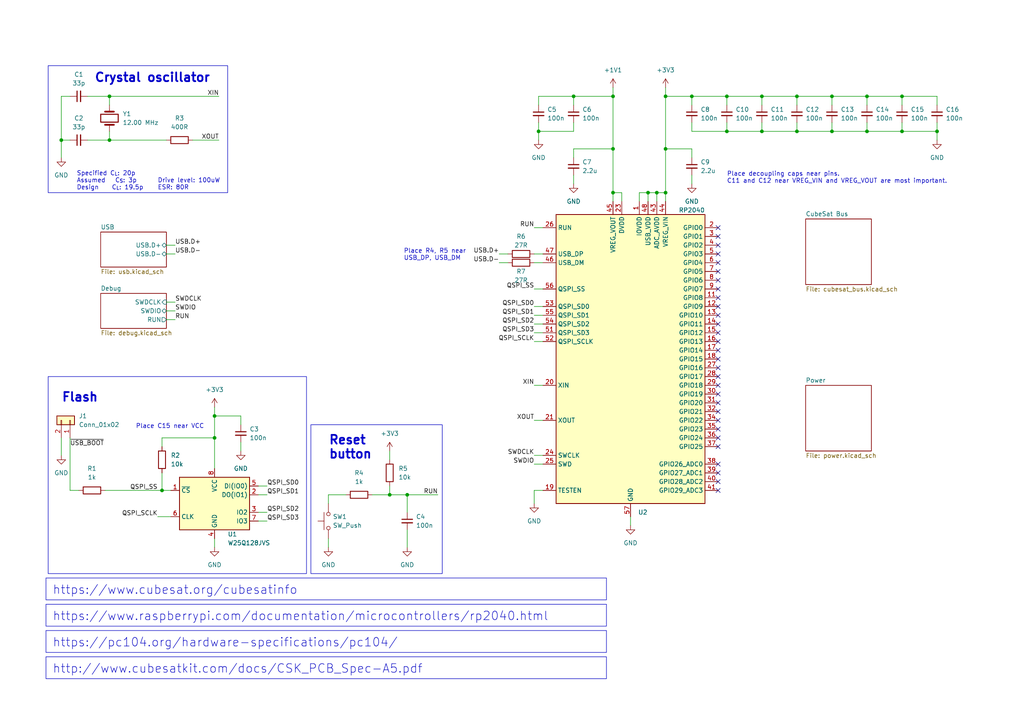
<source format=kicad_sch>
(kicad_sch (version 20231120) (generator "eeschema") (generator_version "8.0")
  (paper "A4")
  (title_block (title "CubeSat RP2040 Board") (rev "1") (comment 1 "Author: Magnus Oksbøl Therkelsen") (comment 2 "Checked by: "))
  (lib_symbols
    (symbol "Connector_Generic:Conn_01x02" (pin_names (offset 1.016) hide)
      (property "Reference" "J" (at 0 2.54 0))
      (property "Value" "Conn_01x02" (at 0 -5.08 0))
      (symbol "Conn_01x02_1_1"
        (rectangle (start -1.27 -2.413) (end 0 -2.667) (stroke (width 0.1524)))
        (rectangle (start -1.27 0.127) (end 0 -0.127) (stroke (width 0.1524)))
        (rectangle (start -1.27 1.27) (end 1.27 -3.81) (stroke (width 0.254)) (fill (type background)))
        (pin passive line (at -5.08 0 0) (length 3.81) (name "Pin_1") (number "1"))
        (pin passive line (at -5.08 -2.54 0) (length 3.81) (name "Pin_2") (number "2"))
      )
    )
    (symbol "Device:C_Small" (pin_numbers hide) (pin_names (offset 0.254) hide)
      (property "Reference" "C" (at 0.254 1.778 0))
      (property "Value" "C_Small" (at 0.254 -2.032 0))
      (symbol "C_Small_0_1"
        (polyline (pts (xy -1.524 -0.508) (xy 1.524 -0.508)) (stroke (width 0.3302)))
        (polyline (pts (xy -1.524 0.508) (xy 1.524 0.508)) (stroke (width 0.3048)))
      )
      (symbol "C_Small_1_1"
        (pin passive line (at 0 2.54 270) (length 2.032) (name "~") (number "1"))
        (pin passive line (at 0 -2.54 90) (length 2.032) (name "~") (number "2"))
      )
    )
    (symbol "Device:Crystal" (pin_numbers hide) (pin_names (offset 1.016) hide)
      (property "Reference" "Y" (at 0 3.81 0))
      (property "Value" "Crystal" (at 0 -3.81 0))
      (symbol "Crystal_0_1"
        (rectangle (start -1.143 2.54) (end 1.143 -2.54) (stroke (width 0.3048)))
        (polyline (pts (xy -2.54 0) (xy -1.905 0)))
        (polyline (pts (xy -1.905 -1.27) (xy -1.905 1.27)) (stroke (width 0.508)))
        (polyline (pts (xy 1.905 -1.27) (xy 1.905 1.27)) (stroke (width 0.508)))
        (polyline (pts (xy 2.54 0) (xy 1.905 0)))
      )
      (symbol "Crystal_1_1"
        (pin passive line (at -3.81 0 0) (length 1.27) (name "1") (number "1"))
        (pin passive line (at 3.81 0 180) (length 1.27) (name "2") (number "2"))
      )
    )
    (symbol "Device:R" (pin_numbers hide) (pin_names (offset 0))
      (property "Reference" "R" (at 2.032 0 90))
      (property "Value" "R" (at 0 0 90))
      (symbol "R_0_1"
        (rectangle (start -1.016 -2.54) (end 1.016 2.54) (stroke (width 0.254)))
      )
      (symbol "R_1_1"
        (pin passive line (at 0 3.81 270) (length 1.27) (name "~") (number "1"))
        (pin passive line (at 0 -3.81 90) (length 1.27) (name "~") (number "2"))
      )
    )
    (symbol "Switch:SW_Push" (pin_numbers hide) (pin_names (offset 1.016) hide)
      (property "Reference" "SW" (at 1.27 2.54 0))
      (property "Value" "SW_Push" (at 0 -1.524 0))
      (symbol "SW_Push_0_1"
        (circle (center -2.032 0) (radius 0.508))
        (polyline (pts (xy 0 1.27) (xy 0 3.048)))
        (polyline (pts (xy 2.54 1.27) (xy -2.54 1.27)))
        (circle (center 2.032 0) (radius 0.508))
        (pin passive line (at -5.08 0 0) (length 2.54) (name "1") (number "1"))
        (pin passive line (at 5.08 0 180) (length 2.54) (name "2") (number "2"))
      )
    )
    (symbol "cubesat_rp2040:RP2040"
      (property "Reference" "U" (at 17.78 45.72 0))
      (property "Value" "RP2040" (at 17.78 43.18 0))
      (symbol "RP2040_0_1"
        (rectangle (start -21.59 41.91) (end 21.59 -41.91) (stroke (width 0.254)) (fill (type background)))
      )
      (symbol "RP2040_1_1"
        (pin power_in line (at 2.54 45.72 270) (length 3.81) (name "IOVDD") (number "1"))
        (pin passive line (at 2.54 45.72 270) (length 3.81) hide (name "IOVDD") (number "10"))
        (pin bidirectional line (at 25.4 17.78 180) (length 3.81) (name "GPIO8") (number "11"))
        (pin bidirectional line (at 25.4 15.24 180) (length 3.81) (name "GPIO9") (number "12"))
        (pin bidirectional line (at 25.4 12.7 180) (length 3.81) (name "GPIO10") (number "13"))
        (pin bidirectional line (at 25.4 10.16 180) (length 3.81) (name "GPIO11") (number "14"))
        (pin bidirectional line (at 25.4 7.62 180) (length 3.81) (name "GPIO12") (number "15"))
        (pin bidirectional line (at 25.4 5.08 180) (length 3.81) (name "GPIO13") (number "16"))
        (pin bidirectional line (at 25.4 2.54 180) (length 3.81) (name "GPIO14") (number "17"))
        (pin bidirectional line (at 25.4 0 180) (length 3.81) (name "GPIO15") (number "18"))
        (pin input line (at -25.4 -38.1 0) (length 3.81) (name "TESTEN") (number "19"))
        (pin bidirectional line (at 25.4 38.1 180) (length 3.81) (name "GPIO0") (number "2"))
        (pin input line (at -25.4 -7.62 0) (length 3.81) (name "XIN") (number "20"))
        (pin passive line (at -25.4 -17.78 0) (length 3.81) (name "XOUT") (number "21"))
        (pin passive line (at 2.54 45.72 270) (length 3.81) hide (name "IOVDD") (number "22"))
        (pin power_in line (at -2.54 45.72 270) (length 3.81) (name "DVDD") (number "23"))
        (pin input line (at -25.4 -27.94 0) (length 3.81) (name "SWCLK") (number "24"))
        (pin bidirectional line (at -25.4 -30.48 0) (length 3.81) (name "SWD") (number "25"))
        (pin input line (at -25.4 38.1 0) (length 3.81) (name "RUN") (number "26"))
        (pin bidirectional line (at 25.4 -2.54 180) (length 3.81) (name "GPIO16") (number "27"))
        (pin bidirectional line (at 25.4 -5.08 180) (length 3.81) (name "GPIO17") (number "28"))
        (pin bidirectional line (at 25.4 -7.62 180) (length 3.81) (name "GPIO18") (number "29"))
        (pin bidirectional line (at 25.4 35.56 180) (length 3.81) (name "GPIO1") (number "3"))
        (pin bidirectional line (at 25.4 -10.16 180) (length 3.81) (name "GPIO19") (number "30"))
        (pin bidirectional line (at 25.4 -12.7 180) (length 3.81) (name "GPIO20") (number "31"))
        (pin bidirectional line (at 25.4 -15.24 180) (length 3.81) (name "GPIO21") (number "32"))
        (pin passive line (at 2.54 45.72 270) (length 3.81) hide (name "IOVDD") (number "33"))
        (pin bidirectional line (at 25.4 -17.78 180) (length 3.81) (name "GPIO22") (number "34"))
        (pin bidirectional line (at 25.4 -20.32 180) (length 3.81) (name "GPIO23") (number "35"))
        (pin bidirectional line (at 25.4 -22.86 180) (length 3.81) (name "GPIO24") (number "36"))
        (pin bidirectional line (at 25.4 -25.4 180) (length 3.81) (name "GPIO25") (number "37"))
        (pin bidirectional line (at 25.4 -30.48 180) (length 3.81) (name "GPIO26_ADC0") (number "38"))
        (pin bidirectional line (at 25.4 -33.02 180) (length 3.81) (name "GPIO27_ADC1") (number "39"))
        (pin bidirectional line (at 25.4 33.02 180) (length 3.81) (name "GPIO2") (number "4"))
        (pin bidirectional line (at 25.4 -35.56 180) (length 3.81) (name "GPIO28_ADC2") (number "40"))
        (pin bidirectional line (at 25.4 -38.1 180) (length 3.81) (name "GPIO29_ADC3") (number "41"))
        (pin passive line (at 2.54 45.72 270) (length 3.81) hide (name "IOVDD") (number "42"))
        (pin power_in line (at 7.62 45.72 270) (length 3.81) (name "ADC_AVDD") (number "43"))
        (pin power_in line (at 10.16 45.72 270) (length 3.81) (name "VREG_VIN") (number "44"))
        (pin power_out line (at -5.08 45.72 270) (length 3.81) (name "VREG_VOUT") (number "45"))
        (pin bidirectional line (at -25.4 27.94 0) (length 3.81) (name "USB_DM") (number "46"))
        (pin bidirectional line (at -25.4 30.48 0) (length 3.81) (name "USB_DP") (number "47"))
        (pin power_in line (at 5.08 45.72 270) (length 3.81) (name "USB_VDD") (number "48"))
        (pin passive line (at 2.54 45.72 270) (length 3.81) hide (name "IOVDD") (number "49"))
        (pin bidirectional line (at 25.4 30.48 180) (length 3.81) (name "GPIO3") (number "5"))
        (pin passive line (at -2.54 45.72 270) (length 3.81) hide (name "DVDD") (number "50"))
        (pin bidirectional line (at -25.4 7.62 0) (length 3.81) (name "QSPI_SD3") (number "51"))
        (pin output line (at -25.4 5.08 0) (length 3.81) (name "QSPI_SCLK") (number "52"))
        (pin bidirectional line (at -25.4 15.24 0) (length 3.81) (name "QSPI_SD0") (number "53"))
        (pin bidirectional line (at -25.4 10.16 0) (length 3.81) (name "QSPI_SD2") (number "54"))
        (pin bidirectional line (at -25.4 12.7 0) (length 3.81) (name "QSPI_SD1") (number "55"))
        (pin bidirectional line (at -25.4 20.32 0) (length 3.81) (name "QSPI_SS") (number "56"))
        (pin power_in line (at 0 -45.72 90) (length 3.81) (name "GND") (number "57"))
        (pin bidirectional line (at 25.4 27.94 180) (length 3.81) (name "GPIO4") (number "6"))
        (pin bidirectional line (at 25.4 25.4 180) (length 3.81) (name "GPIO5") (number "7"))
        (pin bidirectional line (at 25.4 22.86 180) (length 3.81) (name "GPIO6") (number "8"))
        (pin bidirectional line (at 25.4 20.32 180) (length 3.81) (name "GPIO7") (number "9"))
      )
    )
    (symbol "cubesat_rp2040:W25Q128JVS"
      (property "Reference" "U2" (at 3.81 -8.89 0))
      (property "Value" "W25Q128JVS" (at 3.81 -11.43 0))
      (symbol "W25Q128JVS_0_1"
        (rectangle (start -10.16 7.62) (end 10.16 -7.62) (stroke (width 0.254)) (fill (type background)))
      )
      (symbol "W25Q128JVS_1_1"
        (pin input line (at -12.7 3.81 0) (length 2.54) (name "~{CS}") (number "1"))
        (pin bidirectional line (at 12.7 2.54 180) (length 2.54) (name "DO(IO1)") (number "2"))
        (pin bidirectional line (at 12.7 -2.54 180) (length 2.54) (name "IO2") (number "3"))
        (pin power_in line (at 0 -10.16 90) (length 2.54) (name "GND") (number "4"))
        (pin bidirectional line (at 12.7 5.08 180) (length 2.54) (name "DI(IO0)") (number "5"))
        (pin input line (at -12.7 -3.81 0) (length 2.54) (name "CLK") (number "6"))
        (pin bidirectional line (at 12.7 -5.08 180) (length 2.54) (name "IO3") (number "7"))
        (pin power_in line (at 0 10.16 270) (length 2.54) (name "VCC") (number "8"))
      )
    )
    (symbol "power:+1V1" (power) (pin_names (offset 0))
      (property "Value" "+1V1" (at 0 3.556 0))
      (symbol "+1V1_0_1"
        (polyline (pts (xy -0.762 1.27) (xy 0 2.54)))
        (polyline (pts (xy 0 0) (xy 0 2.54)))
        (polyline (pts (xy 0 2.54) (xy 0.762 1.27)))
      )
      (symbol "+1V1_1_1"
        (pin power_in line (at 0 0 90) (length 0) hide (name "+1V1") (number "1"))
      )
    )
    (symbol "power:+3V3" (power) (pin_names (offset 0))
      (property "Value" "+3V3" (at 0 3.556 0))
      (symbol "+3V3_0_1"
        (polyline (pts (xy -0.762 1.27) (xy 0 2.54)))
        (polyline (pts (xy 0 0) (xy 0 2.54)))
        (polyline (pts (xy 0 2.54) (xy 0.762 1.27)))
      )
      (symbol "+3V3_1_1"
        (pin power_in line (at 0 0 90) (length 0) hide (name "+3V3") (number "1"))
      )
    )
    (symbol "power:GND" (power) (pin_names (offset 0))
      (property "Value" "GND" (at 0 -3.81 0))
      (symbol "GND_0_1"
        (polyline (pts (xy 0 0) (xy 0 -1.27) (xy 1.27 -1.27) (xy 0 -2.54) (xy -1.27 -1.27) (xy 0 -1.27)))
      )
      (symbol "GND_1_1"
        (pin power_in line (at 0 0 270) (length 0) hide (name "GND") (number "1"))
      )
    )
  )
  (junction (at 193.04 43.18))
  (junction (at 210.82 38.1))
  (junction (at 187.96 55.88))
  (junction (at 210.82 27.94))
  (junction (at 190.5 55.88))
  (junction (at 62.23 120.65))
  (junction (at 251.46 27.94))
  (junction (at 193.04 27.94))
  (junction (at 231.14 38.1))
  (junction (at 156.21 38.1))
  (junction (at 200.66 27.94))
  (junction (at 241.3 27.94))
  (junction (at 17.78 40.64))
  (junction (at 261.62 27.94))
  (junction (at 271.78 38.1))
  (junction (at 177.8 55.88))
  (junction (at 261.62 38.1))
  (junction (at 62.23 127))
  (junction (at 231.14 27.94))
  (junction (at 31.75 27.94))
  (junction (at 177.8 27.94))
  (junction (at 241.3 38.1))
  (junction (at 177.8 43.18))
  (junction (at 193.04 55.88))
  (junction (at 220.98 27.94))
  (junction (at 118.11 143.51))
  (junction (at 166.37 27.94))
  (junction (at 31.75 40.64))
  (junction (at 251.46 38.1))
  (junction (at 220.98 38.1))
  (junction (at 46.99 142.24))
  (junction (at 113.03 143.51))
  (no_connect (at 208.28 124.46))
  (no_connect (at 208.28 129.54))
  (no_connect (at 208.28 119.38))
  (no_connect (at 208.28 66.04))
  (no_connect (at 208.28 104.14))
  (no_connect (at 208.28 83.82))
  (no_connect (at 208.28 116.84))
  (no_connect (at 208.28 134.62))
  (no_connect (at 208.28 111.76))
  (no_connect (at 208.28 101.6))
  (no_connect (at 208.28 139.7))
  (no_connect (at 208.28 109.22))
  (no_connect (at 208.28 91.44))
  (no_connect (at 208.28 86.36))
  (no_connect (at 208.28 76.2))
  (no_connect (at 208.28 127))
  (no_connect (at 208.28 78.74))
  (no_connect (at 208.28 73.66))
  (no_connect (at 208.28 106.68))
  (no_connect (at 208.28 121.92))
  (no_connect (at 208.28 99.06))
  (no_connect (at 208.28 88.9))
  (no_connect (at 208.28 93.98))
  (no_connect (at 208.28 142.24))
  (no_connect (at 208.28 71.12))
  (no_connect (at 208.28 68.58))
  (no_connect (at 208.28 114.3))
  (no_connect (at 208.28 137.16))
  (no_connect (at 208.28 81.28))
  (no_connect (at 208.28 96.52))
  (wire (pts (xy 177.8 55.88) (xy 177.8 43.18)))
  (wire (pts (xy 69.85 128.27) (xy 69.85 130.81)))
  (wire (pts (xy 251.46 35.56) (xy 251.46 38.1)))
  (wire (pts (xy 185.42 55.88) (xy 185.42 58.42)))
  (wire (pts (xy 154.94 121.92) (xy 157.48 121.92)))
  (wire (pts (xy 177.8 25.4) (xy 177.8 27.94)))
  (wire (pts (xy 193.04 27.94) (xy 200.66 27.94)))
  (wire (pts (xy 157.48 142.24) (xy 154.94 142.24)))
  (wire (pts (xy 156.21 27.94) (xy 166.37 27.94)))
  (wire (pts (xy 210.82 27.94) (xy 210.82 30.48)))
  (wire (pts (xy 95.25 143.51) (xy 100.33 143.51)))
  (wire (pts (xy 113.03 143.51) (xy 118.11 143.51)))
  (wire (pts (xy 154.94 99.06) (xy 157.48 99.06)))
  (wire (pts (xy 107.95 143.51) (xy 113.03 143.51)))
  (wire (pts (xy 46.99 129.54) (xy 46.99 127)))
  (wire (pts (xy 118.11 143.51) (xy 118.11 148.59)))
  (wire (pts (xy 261.62 27.94) (xy 251.46 27.94)))
  (wire (pts (xy 17.78 40.64) (xy 17.78 27.94)))
  (wire (pts (xy 166.37 27.94) (xy 166.37 30.48)))
  (wire (pts (xy 241.3 27.94) (xy 241.3 30.48)))
  (wire (pts (xy 77.47 148.59) (xy 74.93 148.59)))
  (wire (pts (xy 200.66 45.72) (xy 200.66 43.18)))
  (wire (pts (xy 190.5 55.88) (xy 193.04 55.88)))
  (wire (pts (xy 231.14 38.1) (xy 241.3 38.1)))
  (wire (pts (xy 166.37 45.72) (xy 166.37 43.18)))
  (wire (pts (xy 154.94 83.82) (xy 157.48 83.82)))
  (wire (pts (xy 154.94 134.62) (xy 157.48 134.62)))
  (wire (pts (xy 77.47 151.13) (xy 74.93 151.13)))
  (wire (pts (xy 154.94 93.98) (xy 157.48 93.98)))
  (wire (pts (xy 69.85 120.65) (xy 62.23 120.65)))
  (wire (pts (xy 77.47 143.51) (xy 74.93 143.51)))
  (wire (pts (xy 25.4 40.64) (xy 31.75 40.64)))
  (wire (pts (xy 46.99 142.24) (xy 49.53 142.24)))
  (wire (pts (xy 46.99 137.16) (xy 46.99 142.24)))
  (wire (pts (xy 166.37 27.94) (xy 177.8 27.94)))
  (wire (pts (xy 193.04 25.4) (xy 193.04 27.94)))
  (wire (pts (xy 113.03 130.81) (xy 113.03 133.35)))
  (wire (pts (xy 95.25 156.21) (xy 95.25 158.75)))
  (wire (pts (xy 166.37 35.56) (xy 166.37 38.1)))
  (wire (pts (xy 200.66 50.8) (xy 200.66 53.34)))
  (wire (pts (xy 271.78 35.56) (xy 271.78 38.1)))
  (wire (pts (xy 154.94 91.44) (xy 157.48 91.44)))
  (wire (pts (xy 118.11 143.51) (xy 127 143.51)))
  (wire (pts (xy 231.14 27.94) (xy 231.14 30.48)))
  (wire (pts (xy 77.47 140.97) (xy 74.93 140.97)))
  (wire (pts (xy 25.4 27.94) (xy 31.75 27.94)))
  (wire (pts (xy 185.42 55.88) (xy 187.96 55.88)))
  (wire (pts (xy 154.94 132.08) (xy 157.48 132.08)))
  (wire (pts (xy 180.34 55.88) (xy 180.34 58.42)))
  (wire (pts (xy 48.26 73.66) (xy 50.8 73.66)))
  (wire (pts (xy 210.82 27.94) (xy 200.66 27.94)))
  (wire (pts (xy 200.66 35.56) (xy 200.66 38.1)))
  (wire (pts (xy 17.78 40.64) (xy 20.32 40.64)))
  (wire (pts (xy 154.94 73.66) (xy 157.48 73.66)))
  (wire (pts (xy 30.48 142.24) (xy 46.99 142.24)))
  (wire (pts (xy 31.75 38.1) (xy 31.75 40.64)))
  (wire (pts (xy 261.62 35.56) (xy 261.62 38.1)))
  (wire (pts (xy 31.75 40.64) (xy 48.26 40.64)))
  (wire (pts (xy 220.98 27.94) (xy 210.82 27.94)))
  (wire (pts (xy 62.23 120.65) (xy 62.23 127)))
  (wire (pts (xy 251.46 27.94) (xy 241.3 27.94)))
  (wire (pts (xy 231.14 27.94) (xy 220.98 27.94)))
  (wire (pts (xy 62.23 127) (xy 62.23 135.89)))
  (wire (pts (xy 154.94 88.9) (xy 157.48 88.9)))
  (wire (pts (xy 17.78 27.94) (xy 20.32 27.94)))
  (wire (pts (xy 193.04 55.88) (xy 193.04 58.42)))
  (wire (pts (xy 271.78 30.48) (xy 271.78 27.94)))
  (wire (pts (xy 200.66 43.18) (xy 193.04 43.18)))
  (wire (pts (xy 46.99 127) (xy 62.23 127)))
  (wire (pts (xy 95.25 146.05) (xy 95.25 143.51)))
  (wire (pts (xy 193.04 55.88) (xy 193.04 43.18)))
  (wire (pts (xy 45.72 149.86) (xy 49.53 149.86)))
  (wire (pts (xy 231.14 35.56) (xy 231.14 38.1)))
  (wire (pts (xy 166.37 50.8) (xy 166.37 53.34)))
  (wire (pts (xy 48.26 92.71) (xy 50.8 92.71)))
  (wire (pts (xy 166.37 43.18) (xy 177.8 43.18)))
  (wire (pts (xy 69.85 123.19) (xy 69.85 120.65)))
  (wire (pts (xy 20.32 127) (xy 20.32 142.24)))
  (wire (pts (xy 187.96 55.88) (xy 187.96 58.42)))
  (wire (pts (xy 193.04 27.94) (xy 193.04 43.18)))
  (wire (pts (xy 241.3 27.94) (xy 231.14 27.94)))
  (wire (pts (xy 251.46 38.1) (xy 261.62 38.1)))
  (wire (pts (xy 62.23 118.11) (xy 62.23 120.65)))
  (wire (pts (xy 180.34 55.88) (xy 177.8 55.88)))
  (wire (pts (xy 144.78 76.2) (xy 147.32 76.2)))
  (wire (pts (xy 200.66 38.1) (xy 210.82 38.1)))
  (wire (pts (xy 17.78 127) (xy 17.78 132.08)))
  (wire (pts (xy 48.26 90.17) (xy 50.8 90.17)))
  (wire (pts (xy 220.98 35.56) (xy 220.98 38.1)))
  (wire (pts (xy 177.8 27.94) (xy 177.8 43.18)))
  (wire (pts (xy 177.8 55.88) (xy 177.8 58.42)))
  (wire (pts (xy 271.78 40.64) (xy 271.78 38.1)))
  (wire (pts (xy 154.94 96.52) (xy 157.48 96.52)))
  (wire (pts (xy 62.23 156.21) (xy 62.23 158.75)))
  (wire (pts (xy 210.82 38.1) (xy 220.98 38.1)))
  (wire (pts (xy 55.88 40.64) (xy 63.5 40.64)))
  (wire (pts (xy 154.94 66.04) (xy 157.48 66.04)))
  (wire (pts (xy 113.03 140.97) (xy 113.03 143.51)))
  (wire (pts (xy 31.75 30.48) (xy 31.75 27.94)))
  (wire (pts (xy 241.3 38.1) (xy 251.46 38.1)))
  (wire (pts (xy 144.78 73.66) (xy 147.32 73.66)))
  (wire (pts (xy 251.46 27.94) (xy 251.46 30.48)))
  (wire (pts (xy 156.21 30.48) (xy 156.21 27.94)))
  (wire (pts (xy 118.11 153.67) (xy 118.11 158.75)))
  (wire (pts (xy 182.88 149.86) (xy 182.88 152.4)))
  (wire (pts (xy 166.37 38.1) (xy 156.21 38.1)))
  (wire (pts (xy 190.5 55.88) (xy 190.5 58.42)))
  (wire (pts (xy 210.82 35.56) (xy 210.82 38.1)))
  (wire (pts (xy 271.78 27.94) (xy 261.62 27.94)))
  (wire (pts (xy 48.26 71.12) (xy 50.8 71.12)))
  (wire (pts (xy 261.62 27.94) (xy 261.62 30.48)))
  (wire (pts (xy 48.26 87.63) (xy 50.8 87.63)))
  (wire (pts (xy 156.21 38.1) (xy 156.21 40.64)))
  (wire (pts (xy 17.78 45.72) (xy 17.78 40.64)))
  (wire (pts (xy 154.94 142.24) (xy 154.94 146.05)))
  (wire (pts (xy 187.96 55.88) (xy 190.5 55.88)))
  (wire (pts (xy 220.98 38.1) (xy 231.14 38.1)))
  (wire (pts (xy 20.32 142.24) (xy 22.86 142.24)))
  (wire (pts (xy 220.98 27.94) (xy 220.98 30.48)))
  (wire (pts (xy 261.62 38.1) (xy 271.78 38.1)))
  (wire (pts (xy 154.94 76.2) (xy 157.48 76.2)))
  (wire (pts (xy 31.75 27.94) (xy 63.5 27.94)))
  (wire (pts (xy 154.94 111.76) (xy 157.48 111.76)))
  (wire (pts (xy 241.3 35.56) (xy 241.3 38.1)))
  (wire (pts (xy 156.21 35.56) (xy 156.21 38.1)))
  (wire (pts (xy 200.66 27.94) (xy 200.66 30.48)))
  (rectangle (start 13.97 19.05) (end 66.04 55.88))
  (rectangle (start 13.97 109.22) (end 88.9 166.37))
  (rectangle (start 90.17 123.19) (end 128.27 166.37))
  (text_box "http://www.cubesatkit.com/docs/CSK_PCB_Spec-A5.pdf" (at 13.335 190.5 0) (size 162.56 6.35) (effects (font (size 2.5 2.5)) (justify left top)))
  (text_box "https://www.raspberrypi.com/documentation/microcontrollers/rp2040.html" (at 13.335 175.26 0) (size 162.56 6.35) (effects (font (size 2.5 2.5)) (justify left top)))
  (text_box "https://pc104.org/hardware-specifications/pc104/" (at 13.335 182.88 0) (size 162.56 6.35) (effects (font (size 2.5 2.5)) (justify left top)))
  (text_box "https://www.cubesat.org/cubesatinfo" (at 13.335 167.64 0) (size 162.56 6.35) (effects (font (size 2.5 2.5)) (justify left top)))
  (text "Place R4, R5 near \nUSB_DP, USB_DM" (at 117.094 75.692 0) (effects (font (size 1.27 1.27)) (justify left bottom)))
  (text "Place C15 near VCC" (at 39.37 124.46 0) (effects (font (size 1.27 1.27)) (justify left bottom)))
  (text "Drive level: 100uW\nESR: 80R" (at 45.72 55.245 0) (effects (font (size 1.27 1.27)) (justify left bottom)))
  (text "Place decoupling caps near pins.\nC11 and C12 near VREG_VIN and VREG_VOUT are most important." (at 210.82 53.34 0) (effects (font (size 1.27 1.27)) (justify left bottom)))
  (text "Reset\nbutton" (at 95.25 133.35 0) (effects (font (size 2.54 2.54) (thickness 0.508) (bold yes)) (justify left bottom)))
  (text "Specified C_{L}: 20p\nAssumed   C_{S}: 3p\nDesign    C_{L}: 19.5p" (at 22.225 55.245 0) (effects (font (size 1.27 1.27)) (justify left bottom)))
  (text "Flash" (at 17.78 116.84 0) (effects (font (size 2.54 2.54) (thickness 0.508) (bold yes)) (justify left bottom)))
  (text "Crystal oscillator" (at 27.305 24.13 0) (effects (font (size 2.54 2.54) (thickness 0.508) (bold yes)) (justify left bottom)))
  (label "QSPI_SD3" (at 154.94 96.52 180))
  (label "SWDIO" (at 154.94 134.62 180))
  (label "QSPI_SCLK" (at 45.72 149.86 180))
  (label "QSPI_SD1" (at 77.47 143.51 0))
  (label "QSPI_SD1" (at 154.94 91.44 180))
  (label "RUN" (at 127 143.51 180))
  (label "QSPI_SD2" (at 154.94 93.98 180))
  (label "XIN" (at 63.5 27.94 180))
  (label "XOUT" (at 63.5 40.64 180))
  (label "QSPI_SD0" (at 77.47 140.97 0))
  (label "USB.D-" (at 144.78 76.2 180))
  (label "QSPI_SD2" (at 77.47 148.59 0))
  (label "~{USB_BOOT}" (at 20.32 129.54 0))
  (label "XIN" (at 154.94 111.76 180))
  (label "QSPI_SD3" (at 77.47 151.13 0))
  (label "QSPI_SS" (at 154.94 83.82 180))
  (label "QSPI_SCLK" (at 154.94 99.06 180))
  (label "QSPI_SD0" (at 154.94 88.9 180))
  (label "QSPI_SS" (at 45.72 142.24 180))
  (label "USB.D-" (at 50.8 73.66 0))
  (label "XOUT" (at 154.94 121.92 180))
  (label "SWDIO" (at 50.8 90.17 0))
  (label "USB.D+" (at 50.8 71.12 0))
  (label "SWDCLK" (at 50.8 87.63 0))
  (label "SWDCLK" (at 154.94 132.08 180))
  (label "RUN" (at 50.8 92.71 0))
  (label "RUN" (at 154.94 66.04 180))
  (label "USB.D+" (at 144.78 73.66 180))
  (symbol (lib_id "Switch:SW_Push") (at 95.25 151.13 90) (unit 1)
    (property "Reference" "SW1" (at 96.52 149.86 90) (effects (justify right)))
    (property "Value" "SW_Push" (at 96.52 152.4 90) (effects (justify right)))
    (property "Footprint" "Button_Switch_SMD:SW_Push_1P1T_NO_CK_KMR2" (effects (hide yes)))
  )
  (symbol (lib_id "Device:R") (at 151.13 73.66 90) (unit 1)
    (property "Reference" "R6" (at 151.13 68.58 90))
    (property "Value" "27R" (at 151.13 71.12 90))
    (property "Footprint" "Resistor_SMD:R_1206_3216Metric" (effects (hide yes)))
  )
  (symbol (lib_id "Device:R") (at 151.13 76.2 90) (unit 1)
    (property "Reference" "R7" (at 151.13 78.74 90))
    (property "Value" "27R" (at 151.13 81.28 90))
    (property "Footprint" "Resistor_SMD:R_1206_3216Metric" (effects (hide yes)))
  )
  (symbol (lib_id "power:GND") (at 17.78 132.08 0) (unit 1)
    (property "Reference" "#PWR02" (effects (hide yes)))
    (property "Value" "GND" (at 17.78 137.16 0))
  )
  (symbol (lib_id "Device:C_Small") (at 22.86 27.94 90) (unit 1)
    (property "Reference" "C1" (at 22.8663 21.59 90))
    (property "Value" "33p" (at 22.8663 24.13 90))
    (property "Footprint" "Capacitor_SMD:C_1206_3216Metric" (effects (hide yes)))
  )
  (symbol (lib_id "power:GND") (at 154.94 146.05 0) (unit 1)
    (property "Reference" "#PWR09" (effects (hide yes)))
    (property "Value" "GND" (at 154.94 151.13 0))
  )
  (symbol (lib_id "power:+1V1") (at 177.8 25.4 0) (unit 1)
    (property "Reference" "#PWR012" (effects (hide yes)))
    (property "Value" "+1V1" (at 177.8 20.32 0))
  )
  (symbol (lib_id "Device:C_Small") (at 220.98 33.02 0) (unit 1)
    (property "Reference" "C11" (at 223.52 31.7563 0) (effects (justify left)))
    (property "Value" "100n" (at 223.52 34.2963 0) (effects (justify left)))
    (property "Footprint" "Capacitor_SMD:C_1206_3216Metric" (effects (hide yes)))
    (property "Manufacturer_Name" "Samsung Electro-Mechanics" (effects (hide yes)))
    (property "Manufacturer_Part_Number" "CL31B104KBCNNNC" (effects (hide yes)))
  )
  (symbol (lib_id "Device:C_Small") (at 69.85 125.73 0) (unit 1)
    (property "Reference" "C3" (at 72.39 124.4663 0) (effects (justify left)))
    (property "Value" "100n" (at 72.39 127.0063 0) (effects (justify left)))
    (property "Footprint" "Capacitor_SMD:C_1206_3216Metric" (effects (hide yes)))
    (property "Manufacturer_Name" "Samsung Electro-Mechanics" (effects (hide yes)))
    (property "Manufacturer_Part_Number" "CL31B104KBCNNNC" (effects (hide yes)))
  )
  (symbol (lib_id "Device:R") (at 104.14 143.51 270) (unit 1)
    (property "Reference" "R4" (at 104.14 137.16 90))
    (property "Value" "1k" (at 104.14 139.7 90))
    (property "Footprint" "Resistor_SMD:R_1206_3216Metric" (effects (hide yes)))
    (property "Manufacturer_Name" "UNI-ROYAL(Uniroyal Elec)" (effects (hide yes)))
    (property "Manufacturer_Part_Number" "1206W4F1001T5E" (effects (hide yes)))
  )
  (symbol (lib_id "Device:C_Small") (at 231.14 33.02 0) (unit 1)
    (property "Reference" "C12" (at 233.68 31.7563 0) (effects (justify left)))
    (property "Value" "100n" (at 233.68 34.2963 0) (effects (justify left)))
    (property "Footprint" "Capacitor_SMD:C_1206_3216Metric" (effects (hide yes)))
    (property "Manufacturer_Name" "Samsung Electro-Mechanics" (effects (hide yes)))
    (property "Manufacturer_Part_Number" "CL31B104KBCNNNC" (effects (hide yes)))
  )
  (symbol (lib_id "cubesat_rp2040:W25Q128JVS") (at 62.23 146.05 0) (unit 1)
    (property "Reference" "U1" (at 66.04 154.94 0) (effects (justify left)))
    (property "Value" "W25Q128JVS" (at 66.04 157.48 0) (effects (justify left)))
    (property "Footprint" "Package_SO:SOIC-8_5.23x5.23mm_P1.27mm" (effects (hide yes)))
    (property "Datasheet" "http://www.winbond.com/resource-files/w25q128jv_dtr%20revc%2003272018%20plus.pdf" (effects (hide yes)))
  )
  (symbol (lib_id "power:GND") (at 156.21 40.64 0) (unit 1)
    (property "Reference" "#PWR010" (effects (hide yes)))
    (property "Value" "GND" (at 156.21 45.72 0))
  )
  (symbol (lib_id "power:+3V3") (at 62.23 118.11 0) (unit 1)
    (property "Reference" "#PWR03" (effects (hide yes)))
    (property "Value" "+3V3" (at 62.23 113.03 0))
  )
  (symbol (lib_id "power:GND") (at 200.66 53.34 0) (unit 1)
    (property "Reference" "#PWR015" (effects (hide yes)))
    (property "Value" "GND" (at 200.66 58.42 0))
  )
  (symbol (lib_id "Device:C_Small") (at 200.66 33.02 0) (unit 1)
    (property "Reference" "C8" (at 203.2 31.7563 0) (effects (justify left)))
    (property "Value" "100n" (at 203.2 34.2963 0) (effects (justify left)))
    (property "Footprint" "Capacitor_SMD:C_1206_3216Metric" (effects (hide yes)))
    (property "Manufacturer_Name" "Samsung Electro-Mechanics" (effects (hide yes)))
    (property "Manufacturer_Part_Number" "CL31B104KBCNNNC" (effects (hide yes)))
  )
  (symbol (lib_id "power:GND") (at 271.78 40.64 0) (unit 1)
    (property "Reference" "#PWR016" (effects (hide yes)))
    (property "Value" "GND" (at 271.78 45.72 0))
  )
  (symbol (lib_id "power:GND") (at 62.23 158.75 0) (unit 1)
    (property "Reference" "#PWR04" (effects (hide yes)))
    (property "Value" "GND" (at 62.23 163.83 0))
  )
  (symbol (lib_id "Device:R") (at 113.03 137.16 0) (unit 1)
    (property "Reference" "R5" (at 115.57 135.89 0) (effects (justify left)))
    (property "Value" "10k" (at 115.57 138.43 0) (effects (justify left)))
    (property "Footprint" "Resistor_SMD:R_1206_3216Metric" (effects (hide yes)))
    (property "Manufacturer_Name" "UNI-ROYAL(Uniroyal Elec)" (effects (hide yes)))
    (property "Manufacturer_Part_Number" "1206W4F1002T5E" (effects (hide yes)))
  )
  (symbol (lib_id "Device:C_Small") (at 118.11 151.13 0) (unit 1)
    (property "Reference" "C4" (at 120.65 149.8663 0) (effects (justify left)))
    (property "Value" "100n" (at 120.65 152.4063 0) (effects (justify left)))
    (property "Footprint" "Capacitor_SMD:C_1206_3216Metric" (effects (hide yes)))
    (property "Manufacturer_Name" "Samsung Electro-Mechanics" (effects (hide yes)))
    (property "Manufacturer_Part_Number" "CL31B104KBCNNNC" (effects (hide yes)))
  )
  (symbol (lib_id "Device:C_Small") (at 251.46 33.02 0) (unit 1)
    (property "Reference" "C14" (at 254 31.7563 0) (effects (justify left)))
    (property "Value" "100n" (at 254 34.2963 0) (effects (justify left)))
    (property "Footprint" "Capacitor_SMD:C_1206_3216Metric" (effects (hide yes)))
    (property "Manufacturer_Name" "Samsung Electro-Mechanics" (effects (hide yes)))
    (property "Manufacturer_Part_Number" "CL31B104KBCNNNC" (effects (hide yes)))
  )
  (symbol (lib_id "power:GND") (at 17.78 45.72 0) (unit 1)
    (property "Reference" "#PWR01" (effects (hide yes)))
    (property "Value" "GND" (at 17.78 50.8 0))
  )
  (symbol (lib_id "power:GND") (at 69.85 130.81 0) (unit 1)
    (property "Reference" "#PWR05" (effects (hide yes)))
    (property "Value" "GND" (at 69.85 135.89 0))
  )
  (symbol (lib_id "Device:C_Small") (at 200.66 48.26 0) (unit 1)
    (property "Reference" "C9" (at 203.2 46.9963 0) (effects (justify left)))
    (property "Value" "2.2u" (at 203.2 49.5363 0) (effects (justify left)))
    (property "Footprint" "Capacitor_SMD:C_1206_3216Metric" (effects (hide yes)))
    (property "Manufacturer_Name" "Samsung Electro-Mechanics" (effects (hide yes)))
    (property "Manufacturer_Part_Number" "CL31B225KBHNNNE" (effects (hide yes)))
  )
  (symbol (lib_id "Device:R") (at 26.67 142.24 270) (unit 1)
    (property "Reference" "R1" (at 26.67 135.89 90))
    (property "Value" "1k" (at 26.67 138.43 90))
    (property "Footprint" "Resistor_SMD:R_1206_3216Metric" (effects (hide yes)))
    (property "Manufacturer_Name" "UNI-ROYAL(Uniroyal Elec)" (effects (hide yes)))
    (property "Manufacturer_Part_Number" "1206W4F1001T5E" (effects (hide yes)))
  )
  (symbol (lib_id "cubesat_rp2040:RP2040") (at 182.88 104.14 0) (unit 1)
    (property "Reference" "U2" (at 185.0741 148.59 0) (effects (justify left)))
    (property "Value" "RP2040" (at 200.66 60.96 0))
    (property "Footprint" "Package_DFN_QFN:QFN-56-1EP_7x7mm_P0.4mm_EP3.2x3.2mm" (effects (hide yes)))
    (property "Datasheet" "https://datasheets.raspberrypi.com/rp2040/rp2040-datasheet.pdf" (effects (hide yes)))
  )
  (symbol (lib_id "power:+3V3") (at 193.04 25.4 0) (unit 1)
    (property "Reference" "#PWR014" (effects (hide yes)))
    (property "Value" "+3V3" (at 193.04 20.32 0))
  )
  (symbol (lib_id "Device:C_Small") (at 22.86 40.64 90) (unit 1)
    (property "Reference" "C2" (at 22.8663 34.29 90))
    (property "Value" "33p" (at 22.8663 36.83 90))
    (property "Footprint" "Capacitor_SMD:C_1206_3216Metric" (effects (hide yes)))
  )
  (symbol (lib_id "Connector_Generic:Conn_01x02") (at 20.32 121.92 270) (mirror x) (unit 1)
    (property "Reference" "J1" (at 22.86 120.65 90) (effects (justify left)))
    (property "Value" "Conn_01x02" (at 22.86 123.19 90) (effects (justify left)))
    (property "Footprint" "Connector_PinHeader_2.54mm:PinHeader_1x02_P2.54mm_Horizontal" (effects (hide yes)))
  )
  (symbol (lib_id "Device:C_Small") (at 261.62 33.02 0) (unit 1)
    (property "Reference" "C15" (at 264.16 31.7563 0) (effects (justify left)))
    (property "Value" "100n" (at 264.16 34.2963 0) (effects (justify left)))
    (property "Footprint" "Capacitor_SMD:C_1206_3216Metric" (effects (hide yes)))
    (property "Manufacturer_Name" "Samsung Electro-Mechanics" (effects (hide yes)))
    (property "Manufacturer_Part_Number" "CL31B104KBCNNNC" (effects (hide yes)))
  )
  (symbol (lib_id "Device:R") (at 52.07 40.64 90) (unit 1)
    (property "Reference" "R3" (at 52.07 34.29 90))
    (property "Value" "400R" (at 52.07 36.83 90))
    (property "Footprint" "Resistor_SMD:R_1206_3216Metric" (effects (hide yes)))
  )
  (symbol (lib_id "power:GND") (at 182.88 152.4 0) (unit 1)
    (property "Reference" "#PWR013" (effects (hide yes)))
    (property "Value" "GND" (at 182.88 157.48 0))
  )
  (symbol (lib_id "power:+3V3") (at 113.03 130.81 0) (unit 1)
    (property "Reference" "#PWR07" (effects (hide yes)))
    (property "Value" "+3V3" (at 113.03 125.73 0))
  )
  (symbol (lib_id "power:GND") (at 95.25 158.75 0) (unit 1)
    (property "Reference" "#PWR06" (effects (hide yes)))
    (property "Value" "GND" (at 95.25 163.83 0))
  )
  (symbol (lib_id "Device:C_Small") (at 156.21 33.02 0) (unit 1)
    (property "Reference" "C5" (at 158.75 31.7563 0) (effects (justify left)))
    (property "Value" "100n" (at 158.75 34.2963 0) (effects (justify left)))
    (property "Footprint" "Button_Switch_SMD:SW_Push_1P1T_NO_CK_KMR2" (effects (hide yes)))
    (property "Manufacturer_Name" "Samsung Electro-Mechanics" (effects (hide yes)))
    (property "Manufacturer_Part_Number" "CL31B104KBCNNNC" (effects (hide yes)))
  )
  (symbol (lib_id "Device:C_Small") (at 166.37 48.26 0) (unit 1)
    (property "Reference" "C7" (at 168.91 46.9963 0) (effects (justify left)))
    (property "Value" "2.2u" (at 168.91 49.5363 0) (effects (justify left)))
    (property "Footprint" "Capacitor_SMD:C_1206_3216Metric" (effects (hide yes)))
    (property "Manufacturer_Name" "Samsung Electro-Mechanics" (effects (hide yes)))
    (property "Manufacturer_Part_Number" "CL31B225KBHNNNE" (effects (hide yes)))
  )
  (symbol (lib_id "Device:C_Small") (at 166.37 33.02 0) (unit 1)
    (property "Reference" "C6" (at 168.91 31.7563 0) (effects (justify left)))
    (property "Value" "100n" (at 168.91 34.2963 0) (effects (justify left)))
    (property "Footprint" "Capacitor_SMD:C_1206_3216Metric" (effects (hide yes)))
    (property "Manufacturer_Name" "Samsung Electro-Mechanics" (effects (hide yes)))
    (property "Manufacturer_Part_Number" "CL31B104KBCNNNC" (effects (hide yes)))
  )
  (symbol (lib_id "Device:Crystal") (at 31.75 34.29 90) (unit 1)
    (property "Reference" "Y1" (at 35.56 33.02 90) (effects (justify right)))
    (property "Value" "12.00 MHz" (at 35.56 35.56 90) (effects (justify right)))
  )
  (symbol (lib_id "power:GND") (at 118.11 158.75 0) (unit 1)
    (property "Reference" "#PWR08" (effects (hide yes)))
    (property "Value" "GND" (at 118.11 163.83 0))
  )
  (symbol (lib_id "Device:R") (at 46.99 133.35 0) (unit 1)
    (property "Reference" "R2" (at 49.53 132.08 0) (effects (justify left)))
    (property "Value" "10k" (at 49.53 134.62 0) (effects (justify left)))
    (property "Footprint" "Resistor_SMD:R_1206_3216Metric" (effects (hide yes)))
    (property "Manufacturer_Name" "UNI-ROYAL(Uniroyal Elec)" (effects (hide yes)))
    (property "Manufacturer_Part_Number" "1206W4F1002T5E" (effects (hide yes)))
  )
  (symbol (lib_id "Device:C_Small") (at 210.82 33.02 0) (unit 1)
    (property "Reference" "C10" (at 213.36 31.7563 0) (effects (justify left)))
    (property "Value" "100n" (at 213.36 34.2963 0) (effects (justify left)))
    (property "Footprint" "Capacitor_SMD:C_1206_3216Metric" (effects (hide yes)))
    (property "Manufacturer_Name" "Samsung Electro-Mechanics" (effects (hide yes)))
    (property "Manufacturer_Part_Number" "CL31B104KBCNNNC" (effects (hide yes)))
  )
  (symbol (lib_id "Device:C_Small") (at 241.3 33.02 0) (unit 1)
    (property "Reference" "C13" (at 243.84 31.7563 0) (effects (justify left)))
    (property "Value" "100n" (at 243.84 34.2963 0) (effects (justify left)))
    (property "Footprint" "Capacitor_SMD:C_1206_3216Metric" (effects (hide yes)))
    (property "Manufacturer_Name" "Samsung Electro-Mechanics" (effects (hide yes)))
    (property "Manufacturer_Part_Number" "CL31B104KBCNNNC" (effects (hide yes)))
  )
  (symbol (lib_id "power:GND") (at 166.37 53.34 0) (unit 1)
    (property "Reference" "#PWR011" (effects (hide yes)))
    (property "Value" "GND" (at 166.37 58.42 0))
  )
  (symbol (lib_id "Device:C_Small") (at 271.78 33.02 0) (unit 1)
    (property "Reference" "C16" (at 274.32 31.7563 0) (effects (justify left)))
    (property "Value" "100n" (at 274.32 34.2963 0) (effects (justify left)))
    (property "Footprint" "Capacitor_SMD:C_1206_3216Metric" (effects (hide yes)))
    (property "Manufacturer_Name" "Samsung Electro-Mechanics" (effects (hide yes)))
    (property "Manufacturer_Part_Number" "CL31B104KBCNNNC" (effects (hide yes)))
  )
  (sheet (at 233.68 63.5) (size 19.05 19.05) (stroke (width 0.1524))
    (property "Sheetname" "CubeSat Bus" (at 233.68 62.7884 0) (effects (justify left bottom)))
    (property "Sheetfile" "cubesat_bus.kicad_sch" (at 233.68 83.1346 0) (effects (justify left top)))
  )
  (sheet (at 29.21 85.09) (size 19.05 10.16) (stroke (width 0.1524))
    (property "Sheetname" "Debug" (at 29.21 84.3784 0) (effects (justify left bottom)))
    (property "Sheetfile" "debug.kicad_sch" (at 29.21 95.8346 0) (effects (justify left top)))
    (pin "SWDCLK" input (at 48.26 87.63 0))
    (pin "SWDIO" bidirectional (at 48.26 90.17 0))
    (pin "RUN" output (at 48.26 92.71 0))
  )
  (sheet (at 29.21 67.31) (size 19.05 10.16) (stroke (width 0.1524))
    (property "Sheetname" "USB" (at 29.21 66.5984 0) (effects (justify left bottom)))
    (property "Sheetfile" "usb.kicad_sch" (at 29.21 78.0546 0) (effects (justify left top)))
    (pin "USB.D+" bidirectional (at 48.26 71.12 0))
    (pin "USB.D-" bidirectional (at 48.26 73.66 0))
  )
  (sheet (at 233.68 111.76) (size 19.05 19.05) (stroke (width 0.1524))
    (property "Sheetname" "Power" (at 233.68 111.0484 0) (effects (justify left bottom)))
    (property "Sheetfile" "power.kicad_sch" (at 233.68 131.3946 0) (effects (justify left top)))
  )
)
</source>
